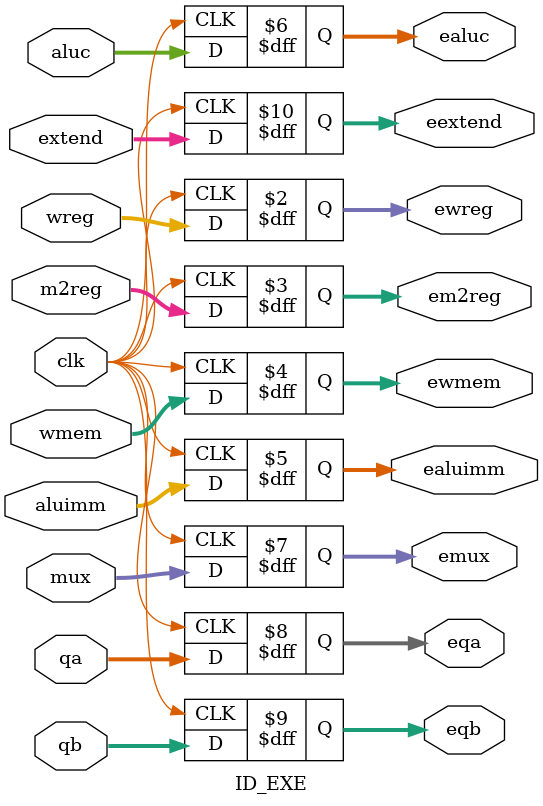
<source format=v>
`timescale 1ns / 1ps


module ID_EXE(wreg, m2reg, wmem, aluc, aluimm, mux, qa, qb, extend, clk,
              ewreg, em2reg, ewmem, ealuc, ealuimm, emux, eqa, eqb, eextend);
      //input
      input [1:0] wreg, m2reg, wmem, aluimm;
      input [3:0] aluc;
      input [4:0] mux;
      input [31:0] qa, qb, extend; 
      input clk;
      output reg [1:0] ewreg, em2reg, ewmem, ealuimm;
      output reg [3:0] ealuc;
      output reg [4:0] emux;
      output reg [31:0] eqa, eqb, eextend;
//set bits for future use
always @ (posedge clk)
begin
    ewreg = wreg;
    em2reg = m2reg;
    ewmem = wmem;
    ealuimm = aluimm;
    ealuc = aluc;
    emux = mux;
    eqa = qa;
    eqb = qb;
    eextend = extend;
end
            
endmodule

</source>
